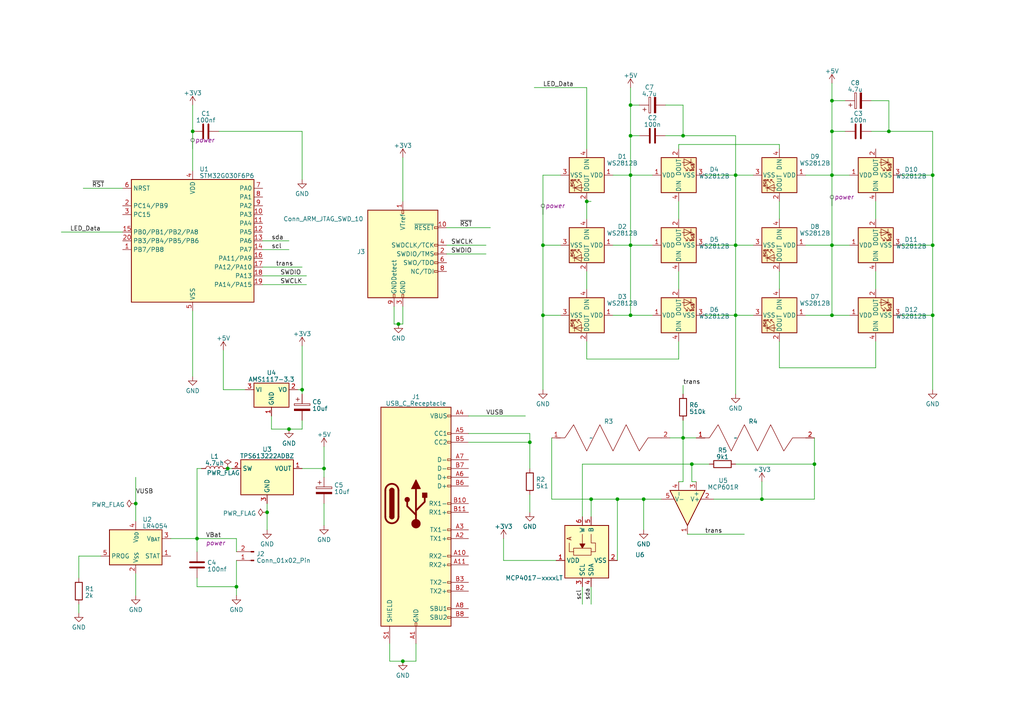
<source format=kicad_sch>
(kicad_sch (version 20230121) (generator eeschema)
  (paper "A4")
  (lib_symbols
    (symbol "Amplifier_Operational:MCP601R" (pin_names (offset 0.127))
      (property "Reference" "U" (at 0 5.08 0))
      (property "Value" "MCP601R" (at 0 -5.08 0))
      (symbol "MCP601R_0_1"
        (polyline (pts (xy -5.08 5.08) (xy 5.08 0) (xy -5.08 -5.08) (xy -5.08 5.08)) (stroke (width 0.254)) (fill (type background)))
        (pin power_in line (at -2.54 7.62 270) (length 3.81) (name "V+") (number "2"))
        (pin power_in line (at -2.54 -7.62 90) (length 3.81) (name "V-") (number "5"))
      )
      (symbol "MCP601R_1_1"
        (pin output line (at 7.62 0 180) (length 2.54) (name "~") (number "1"))
        (pin input line (at -7.62 2.54 0) (length 2.54) (name "+") (number "3"))
        (pin input line (at -7.62 -2.54 0) (length 2.54) (name "-") (number "4"))
      )
    )
    (symbol "Battery_Management:MCP73831-2-OT"
      (property "Reference" "U" (at -7.62 6.35 0))
      (property "Value" "MCP73831-2-OT" (at 1.27 6.35 0))
      (symbol "MCP73831-2-OT_0_1"
        (rectangle (start -7.62 5.08) (end 7.62 -5.08) (stroke (width 0.254)) (fill (type background)))
      )
      (symbol "MCP73831-2-OT_1_1"
        (pin output line (at 10.16 -2.54 180) (length 2.54) (name "STAT") (number "1"))
        (pin power_in line (at 0 -7.62 90) (length 2.54) (name "V_{SS}") (number "2"))
        (pin power_out line (at 10.16 2.54 180) (length 2.54) (name "V_{BAT}") (number "3"))
        (pin power_in line (at 0 7.62 270) (length 2.54) (name "V_{DD}") (number "4"))
        (pin input line (at -10.16 -2.54 0) (length 2.54) (name "PROG") (number "5"))
      )
    )
    (symbol "Connector:Conn_01x02_Pin" (pin_names (offset 1.016) hide)
      (property "Reference" "J" (at 0 2.54 0))
      (property "Value" "Conn_01x02_Pin" (at 0 -5.08 0))
      (symbol "Conn_01x02_Pin_1_1"
        (polyline (pts (xy 1.27 -2.54) (xy 0.8636 -2.54)) (stroke (width 0.1524)))
        (polyline (pts (xy 1.27 0) (xy 0.8636 0)) (stroke (width 0.1524)))
        (rectangle (start 0.8636 -2.413) (end 0 -2.667) (stroke (width 0.1524)) (fill (type outline)))
        (rectangle (start 0.8636 0.127) (end 0 -0.127) (stroke (width 0.1524)) (fill (type outline)))
        (pin passive line (at 5.08 0 180) (length 3.81) (name "Pin_1") (number "1"))
        (pin passive line (at 5.08 -2.54 180) (length 3.81) (name "Pin_2") (number "2"))
      )
    )
    (symbol "Connector:Conn_ARM_JTAG_SWD_10" (pin_names (offset 1.016))
      (property "Reference" "J" (at -2.54 16.51 0))
      (property "Value" "Conn_ARM_JTAG_SWD_10" (at -2.54 13.97 0))
      (symbol "Conn_ARM_JTAG_SWD_10_0_1"
        (rectangle (start -10.16 12.7) (end 10.16 -12.7) (stroke (width 0.254)) (fill (type background)))
        (rectangle (start -2.794 -12.7) (end -2.286 -11.684))
        (rectangle (start -0.254 -12.7) (end 0.254 -11.684))
        (rectangle (start -0.254 12.7) (end 0.254 11.684))
        (rectangle (start 9.144 2.286) (end 10.16 2.794))
        (rectangle (start 10.16 -2.794) (end 9.144 -2.286))
        (rectangle (start 10.16 -0.254) (end 9.144 0.254))
        (rectangle (start 10.16 7.874) (end 9.144 7.366))
      )
      (symbol "Conn_ARM_JTAG_SWD_10_1_1"
        (rectangle (start 9.144 -5.334) (end 10.16 -4.826))
        (pin power_in line (at 0 15.24 270) (length 2.54) (name "VTref") (number "1"))
        (pin open_collector line (at 12.7 7.62 180) (length 2.54) (name "~{RESET}") (number "10"))
        (pin bidirectional line (at 12.7 0 180) (length 2.54) (name "SWDIO/TMS") (number "2"))
        (pin power_in line (at 0 -15.24 90) (length 2.54) (name "GND") (number "3"))
        (pin output line (at 12.7 2.54 180) (length 2.54) (name "SWDCLK/TCK") (number "4"))
        (pin passive line (at 0 -15.24 90) (length 2.54) hide (name "GND") (number "5"))
        (pin input line (at 12.7 -2.54 180) (length 2.54) (name "SWO/TDO") (number "6"))
        (pin no_connect line (at -10.16 0 0) (length 2.54) hide (name "KEY") (number "7"))
        (pin output line (at 12.7 -5.08 180) (length 2.54) (name "NC/TDI") (number "8"))
        (pin passive line (at -2.54 -15.24 90) (length 2.54) (name "GNDDetect") (number "9"))
      )
    )
    (symbol "Connector:USB_C_Receptacle" (pin_names (offset 1.016))
      (property "Reference" "J" (at -10.16 29.21 0))
      (property "Value" "USB_C_Receptacle" (at 10.16 29.21 0))
      (symbol "USB_C_Receptacle_0_0"
        (rectangle (start -0.254 -35.56) (end 0.254 -34.544))
        (rectangle (start 10.16 -32.766) (end 9.144 -33.274))
        (rectangle (start 10.16 -30.226) (end 9.144 -30.734))
        (rectangle (start 10.16 -25.146) (end 9.144 -25.654))
        (rectangle (start 10.16 -22.606) (end 9.144 -23.114))
        (rectangle (start 10.16 -17.526) (end 9.144 -18.034))
        (rectangle (start 10.16 -14.986) (end 9.144 -15.494))
        (rectangle (start 10.16 -9.906) (end 9.144 -10.414))
        (rectangle (start 10.16 -7.366) (end 9.144 -7.874))
        (rectangle (start 10.16 -2.286) (end 9.144 -2.794))
        (rectangle (start 10.16 0.254) (end 9.144 -0.254))
        (rectangle (start 10.16 5.334) (end 9.144 4.826))
        (rectangle (start 10.16 7.874) (end 9.144 7.366))
        (rectangle (start 10.16 10.414) (end 9.144 9.906))
        (rectangle (start 10.16 12.954) (end 9.144 12.446))
        (rectangle (start 10.16 18.034) (end 9.144 17.526))
        (rectangle (start 10.16 20.574) (end 9.144 20.066))
        (rectangle (start 10.16 25.654) (end 9.144 25.146))
      )
      (symbol "USB_C_Receptacle_0_1"
        (rectangle (start -10.16 27.94) (end 10.16 -35.56) (stroke (width 0.254)) (fill (type background)))
        (arc (start -8.89 -3.81) (mid -6.985 -5.7067) (end -5.08 -3.81) (stroke (width 0.508)))
        (arc (start -7.62 -3.81) (mid -6.985 -4.4423) (end -6.35 -3.81) (stroke (width 0.254)))
        (arc (start -7.62 -3.81) (mid -6.985 -4.4423) (end -6.35 -3.81) (stroke (width 0.254)) (fill (type outline)))
        (rectangle (start -7.62 -3.81) (end -6.35 3.81) (stroke (width 0.254)) (fill (type outline)))
        (arc (start -6.35 3.81) (mid -6.985 4.4423) (end -7.62 3.81) (stroke (width 0.254)))
        (arc (start -6.35 3.81) (mid -6.985 4.4423) (end -7.62 3.81) (stroke (width 0.254)) (fill (type outline)))
        (arc (start -5.08 3.81) (mid -6.985 5.7067) (end -8.89 3.81) (stroke (width 0.508)))
        (polyline (pts (xy -8.89 -3.81) (xy -8.89 3.81)) (stroke (width 0.508)))
        (polyline (pts (xy -5.08 3.81) (xy -5.08 -3.81)) (stroke (width 0.508)))
      )
      (symbol "USB_C_Receptacle_1_1"
        (circle (center -2.54 1.143) (radius 0.635) (stroke (width 0.254)) (fill (type outline)))
        (circle (center 0 -5.842) (radius 1.27) (fill (type outline)))
        (polyline (pts (xy 0 -5.842) (xy 0 4.318)) (stroke (width 0.508)))
        (polyline (pts (xy 0 -3.302) (xy -2.54 -0.762) (xy -2.54 0.508)) (stroke (width 0.508)))
        (polyline (pts (xy 0 -2.032) (xy 2.54 0.508) (xy 2.54 1.778)) (stroke (width 0.508)))
        (polyline (pts (xy -1.27 4.318) (xy 0 6.858) (xy 1.27 4.318) (xy -1.27 4.318)) (stroke (width 0.254)) (fill (type outline)))
        (rectangle (start 1.905 1.778) (end 3.175 3.048) (stroke (width 0.254)) (fill (type outline)))
        (pin passive line (at 0 -40.64 90) (length 5.08) (name "GND") (number "A1"))
        (pin bidirectional line (at 15.24 -15.24 180) (length 5.08) (name "RX2-") (number "A10"))
        (pin bidirectional line (at 15.24 -17.78 180) (length 5.08) (name "RX2+") (number "A11"))
        (pin passive line (at 0 -40.64 90) (length 5.08) hide (name "GND") (number "A12"))
        (pin bidirectional line (at 15.24 -10.16 180) (length 5.08) (name "TX1+") (number "A2"))
        (pin bidirectional line (at 15.24 -7.62 180) (length 5.08) (name "TX1-") (number "A3"))
        (pin passive line (at 15.24 25.4 180) (length 5.08) (name "VBUS") (number "A4"))
        (pin bidirectional line (at 15.24 20.32 180) (length 5.08) (name "CC1") (number "A5"))
        (pin bidirectional line (at 15.24 7.62 180) (length 5.08) (name "D+") (number "A6"))
        (pin bidirectional line (at 15.24 12.7 180) (length 5.08) (name "D-") (number "A7"))
        (pin bidirectional line (at 15.24 -30.48 180) (length 5.08) (name "SBU1") (number "A8"))
        (pin passive line (at 15.24 25.4 180) (length 5.08) hide (name "VBUS") (number "A9"))
        (pin passive line (at 0 -40.64 90) (length 5.08) hide (name "GND") (number "B1"))
        (pin bidirectional line (at 15.24 0 180) (length 5.08) (name "RX1-") (number "B10"))
        (pin bidirectional line (at 15.24 -2.54 180) (length 5.08) (name "RX1+") (number "B11"))
        (pin passive line (at 0 -40.64 90) (length 5.08) hide (name "GND") (number "B12"))
        (pin bidirectional line (at 15.24 -25.4 180) (length 5.08) (name "TX2+") (number "B2"))
        (pin bidirectional line (at 15.24 -22.86 180) (length 5.08) (name "TX2-") (number "B3"))
        (pin passive line (at 15.24 25.4 180) (length 5.08) hide (name "VBUS") (number "B4"))
        (pin bidirectional line (at 15.24 17.78 180) (length 5.08) (name "CC2") (number "B5"))
        (pin bidirectional line (at 15.24 5.08 180) (length 5.08) (name "D+") (number "B6"))
        (pin bidirectional line (at 15.24 10.16 180) (length 5.08) (name "D-") (number "B7"))
        (pin bidirectional line (at 15.24 -33.02 180) (length 5.08) (name "SBU2") (number "B8"))
        (pin passive line (at 15.24 25.4 180) (length 5.08) hide (name "VBUS") (number "B9"))
        (pin passive line (at -7.62 -40.64 90) (length 5.08) (name "SHIELD") (number "S1"))
      )
    )
    (symbol "Device:C" (pin_numbers hide) (pin_names (offset 0.254))
      (property "Reference" "C" (at 0.635 2.54 0))
      (property "Value" "C" (at 0.635 -2.54 0))
      (symbol "C_0_1"
        (polyline (pts (xy -2.032 -0.762) (xy 2.032 -0.762)) (stroke (width 0.508)))
        (polyline (pts (xy -2.032 0.762) (xy 2.032 0.762)) (stroke (width 0.508)))
      )
      (symbol "C_1_1"
        (pin passive line (at 0 3.81 270) (length 2.794) (name "~") (number "1"))
        (pin passive line (at 0 -3.81 90) (length 2.794) (name "~") (number "2"))
      )
    )
    (symbol "Device:C_Polarized" (pin_numbers hide) (pin_names (offset 0.254))
      (property "Reference" "C" (at 0.635 2.54 0))
      (property "Value" "C_Polarized" (at 0.635 -2.54 0))
      (symbol "C_Polarized_0_1"
        (rectangle (start -2.286 0.508) (end 2.286 1.016))
        (polyline (pts (xy -1.778 2.286) (xy -0.762 2.286)))
        (polyline (pts (xy -1.27 2.794) (xy -1.27 1.778)))
        (rectangle (start 2.286 -0.508) (end -2.286 -1.016) (fill (type outline)))
      )
      (symbol "C_Polarized_1_1"
        (pin passive line (at 0 3.81 270) (length 2.794) (name "~") (number "1"))
        (pin passive line (at 0 -3.81 90) (length 2.794) (name "~") (number "2"))
      )
    )
    (symbol "Device:L" (pin_numbers hide) (pin_names (offset 1.016) hide)
      (property "Reference" "L" (at -1.27 0 90))
      (property "Value" "L" (at 1.905 0 90))
      (symbol "L_0_1"
        (arc (start 0 -2.54) (mid 0.6323 -1.905) (end 0 -1.27))
        (arc (start 0 -1.27) (mid 0.6323 -0.635) (end 0 0))
        (arc (start 0 0) (mid 0.6323 0.635) (end 0 1.27))
        (arc (start 0 1.27) (mid 0.6323 1.905) (end 0 2.54))
      )
      (symbol "L_1_1"
        (pin passive line (at 0 3.81 270) (length 1.27) (name "1") (number "1"))
        (pin passive line (at 0 -3.81 90) (length 1.27) (name "2") (number "2"))
      )
    )
    (symbol "Device:R" (pin_numbers hide) (pin_names (offset 0))
      (property "Reference" "R" (at 2.032 0 90))
      (property "Value" "R" (at 0 0 90))
      (symbol "R_0_1"
        (rectangle (start -1.016 -2.54) (end 1.016 2.54) (stroke (width 0.254)))
      )
      (symbol "R_1_1"
        (pin passive line (at 0 3.81 270) (length 1.27) (name "~") (number "1"))
        (pin passive line (at 0 -3.81 90) (length 1.27) (name "~") (number "2"))
      )
    )
    (symbol "LED:WS2812B" (pin_names (offset 0.254))
      (property "Reference" "D" (at 5.08 5.715 0))
      (property "Value" "WS2812B" (at 1.27 -5.715 0))
      (symbol "WS2812B_0_0"
        (text "RGB" (at 2.286 -4.191 0) (effects (font (size 0.762 0.762))))
      )
      (symbol "WS2812B_0_1"
        (polyline (pts (xy 1.27 -3.556) (xy 1.778 -3.556)))
        (polyline (pts (xy 1.27 -2.54) (xy 1.778 -2.54)))
        (polyline (pts (xy 4.699 -3.556) (xy 2.667 -3.556)))
        (polyline (pts (xy 2.286 -2.54) (xy 1.27 -3.556) (xy 1.27 -3.048)))
        (polyline (pts (xy 2.286 -1.524) (xy 1.27 -2.54) (xy 1.27 -2.032)))
        (polyline (pts (xy 3.683 -1.016) (xy 3.683 -3.556) (xy 3.683 -4.064)))
        (polyline (pts (xy 4.699 -1.524) (xy 2.667 -1.524) (xy 3.683 -3.556) (xy 4.699 -1.524)))
        (rectangle (start 5.08 5.08) (end -5.08 -5.08) (stroke (width 0.254)) (fill (type background)))
      )
      (symbol "WS2812B_1_1"
        (pin power_in line (at 0 7.62 270) (length 2.54) (name "VDD") (number "1"))
        (pin output line (at 7.62 0 180) (length 2.54) (name "DOUT") (number "2"))
        (pin power_in line (at 0 -7.62 90) (length 2.54) (name "VSS") (number "3"))
        (pin input line (at -7.62 0 0) (length 2.54) (name "DIN") (number "4"))
      )
    )
    (symbol "MCU_ST_STM32G0:STM32G030F6Px"
      (property "Reference" "U" (at -17.78 19.05 0))
      (property "Value" "STM32G030F6Px" (at 2.54 19.05 0))
      (symbol "STM32G030F6Px_0_1"
        (rectangle (start -17.78 -17.78) (end 17.78 17.78) (stroke (width 0.254)) (fill (type background)))
      )
      (symbol "STM32G030F6Px_1_1"
        (pin bidirectional line (at -20.32 -2.54 0) (length 2.54) (name "PB7/PB8") (number "1"))
        (pin bidirectional line (at 20.32 7.62 180) (length 2.54) (name "PA3") (number "10"))
        (pin bidirectional line (at 20.32 5.08 180) (length 2.54) (name "PA4") (number "11"))
        (pin bidirectional line (at 20.32 2.54 180) (length 2.54) (name "PA5") (number "12"))
        (pin bidirectional line (at 20.32 0 180) (length 2.54) (name "PA6") (number "13"))
        (pin bidirectional line (at 20.32 -2.54 180) (length 2.54) (name "PA7") (number "14"))
        (pin bidirectional line (at -20.32 2.54 0) (length 2.54) (name "PB0/PB1/PB2/PA8") (number "15"))
        (pin bidirectional line (at 20.32 -5.08 180) (length 2.54) (name "PA11/PA9") (number "16"))
        (pin bidirectional line (at 20.32 -7.62 180) (length 2.54) (name "PA12/PA10") (number "17"))
        (pin bidirectional line (at 20.32 -10.16 180) (length 2.54) (name "PA13") (number "18"))
        (pin bidirectional line (at 20.32 -12.7 180) (length 2.54) (name "PA14/PA15") (number "19"))
        (pin bidirectional line (at -20.32 10.16 0) (length 2.54) (name "PC14/PB9") (number "2"))
        (pin bidirectional line (at -20.32 0 0) (length 2.54) (name "PB3/PB4/PB5/PB6") (number "20"))
        (pin bidirectional line (at -20.32 7.62 0) (length 2.54) (name "PC15") (number "3"))
        (pin power_in line (at 0 20.32 270) (length 2.54) (name "VDD") (number "4"))
        (pin power_in line (at 0 -20.32 90) (length 2.54) (name "VSS") (number "5"))
        (pin input line (at -20.32 15.24 0) (length 2.54) (name "NRST") (number "6"))
        (pin bidirectional line (at 20.32 15.24 180) (length 2.54) (name "PA0") (number "7"))
        (pin bidirectional line (at 20.32 12.7 180) (length 2.54) (name "PA1") (number "8"))
        (pin bidirectional line (at 20.32 10.16 180) (length 2.54) (name "PA2") (number "9"))
      )
    )
    (symbol "Potentiometer_Digital:MCP4017-xxxxLT"
      (property "Reference" "U" (at -7.62 8.89 0))
      (property "Value" "MCP4017-xxxxLT" (at 1.27 8.89 0))
      (symbol "MCP4017-xxxxLT_0_0"
        (polyline (pts (xy 0 5.08) (xy 0 6.35) (xy 2.54 6.35)))
        (polyline (pts (xy 5.08 0) (xy 2.54 0) (xy 2.54 -1.27) (xy 0 -1.27) (xy 0 0)))
        (text "A" (at 3.81 6.35 0) (effects (font (size 1.27 1.27))))
      )
      (symbol "MCP4017-xxxxLT_1_1"
        (rectangle (start -7.62 7.62) (end 7.62 -5.08) (stroke (width 0.254)) (fill (type background)))
        (polyline (pts (xy 5.08 2.54) (xy 2.286 2.54)))
        (polyline (pts (xy 2.286 1.778) (xy 2.286 3.302) (xy 1.016 2.54) (xy 2.286 1.778)) (fill (type outline)))
        (rectangle (start 1.016 0) (end -1.016 5.08))
        (pin power_in line (at -2.54 10.16 270) (length 2.54) (name "VDD") (number "1"))
        (pin power_in line (at -2.54 -7.62 90) (length 2.54) (name "VSS") (number "2"))
        (pin input line (at -10.16 2.54 0) (length 2.54) (name "SCL") (number "3"))
        (pin bidirectional line (at -10.16 0 0) (length 2.54) (name "SDA") (number "4"))
        (pin passive line (at 10.16 0 180) (length 2.54) (name "B") (number "5"))
        (pin passive line (at 10.16 2.54 180) (length 2.54) (name "W") (number "6"))
      )
    )
    (symbol "Regulator_Linear:AMS1117-3.3"
      (property "Reference" "U" (at -3.81 3.175 0))
      (property "Value" "AMS1117-3.3" (at 0 3.175 0))
      (symbol "AMS1117-3.3_0_1"
        (rectangle (start -5.08 -5.08) (end 5.08 1.905) (stroke (width 0.254)) (fill (type background)))
      )
      (symbol "AMS1117-3.3_1_1"
        (pin power_in line (at 0 -7.62 90) (length 2.54) (name "GND") (number "1"))
        (pin power_out line (at 7.62 0 180) (length 2.54) (name "VO") (number "2"))
        (pin power_in line (at -7.62 0 0) (length 2.54) (name "VI") (number "3"))
      )
    )
    (symbol "Regulator_Switching:TPS613222ADBZ"
      (property "Reference" "U" (at -7.62 6.35 0))
      (property "Value" "TPS613222ADBZ" (at 2.54 6.35 0))
      (symbol "TPS613222ADBZ_0_1"
        (rectangle (start -7.62 5.08) (end 7.62 -5.08) (stroke (width 0.254)) (fill (type background)))
      )
      (symbol "TPS613222ADBZ_1_1"
        (pin power_out line (at 10.16 2.54 180) (length 2.54) (name "VOUT") (number "1"))
        (pin power_in line (at -10.16 2.54 0) (length 2.54) (name "SW") (number "2"))
        (pin power_in line (at 0 -7.62 90) (length 2.54) (name "GND") (number "3"))
      )
    )
    (symbol "Sensor:strain_gauge"
      (property "Reference" "R" (at 0 0 0))
      (symbol "strain_gauge_0_1"
        (polyline (pts (xy -10.16 0) (xy -7.62 0) (xy -5.08 3.81) (xy -1.27 -3.81) (xy 2.54 3.81) (xy 6.35 -3.81) (xy 10.16 3.81) (xy 13.97 -3.81) (xy 16.51 0) (xy 20.32 0)))
      )
      (symbol "strain_gauge_1_1"
        (pin passive line (at -11.43 0 0) (length 2.54) (name "") (number "1"))
        (pin passive line (at 22.86 0 180) (length 2.54) (name "") (number "2"))
      )
    )
    (symbol "power:+3V3" (power) (pin_names (offset 0))
      (property "Value" "+3V3" (at 0 3.556 0))
      (symbol "+3V3_0_1"
        (polyline (pts (xy -0.762 1.27) (xy 0 2.54)))
        (polyline (pts (xy 0 0) (xy 0 2.54)))
        (polyline (pts (xy 0 2.54) (xy 0.762 1.27)))
      )
      (symbol "+3V3_1_1"
        (pin power_in line (at 0 0 90) (length 0) hide (name "+3V3") (number "1"))
      )
    )
    (symbol "power:+5V" (power) (pin_names (offset 0))
      (property "Value" "+5V" (at 0 3.556 0))
      (symbol "+5V_0_1"
        (polyline (pts (xy -0.762 1.27) (xy 0 2.54)))
        (polyline (pts (xy 0 0) (xy 0 2.54)))
        (polyline (pts (xy 0 2.54) (xy 0.762 1.27)))
      )
      (symbol "+5V_1_1"
        (pin power_in line (at 0 0 90) (length 0) hide (name "+5V") (number "1"))
      )
    )
    (symbol "power:GND" (power) (pin_names (offset 0))
      (property "Value" "GND" (at 0 -3.81 0))
      (symbol "GND_0_1"
        (polyline (pts (xy 0 0) (xy 0 -1.27) (xy 1.27 -1.27) (xy 0 -2.54) (xy -1.27 -1.27) (xy 0 -1.27)))
      )
      (symbol "GND_1_1"
        (pin power_in line (at 0 0 270) (length 0) hide (name "GND") (number "1"))
      )
    )
    (symbol "power:PWR_FLAG" (power) (pin_numbers hide) (pin_names (offset 0) hide)
      (property "Value" "PWR_FLAG" (at 0 3.81 0))
      (symbol "PWR_FLAG_0_0"
        (pin power_out line (at 0 0 90) (length 0) (name "pwr") (number "1"))
      )
      (symbol "PWR_FLAG_0_1"
        (polyline (pts (xy 0 0) (xy 0 1.27) (xy -1.016 1.905) (xy 0 2.54) (xy 1.016 1.905) (xy 0 1.27)))
      )
    )
    (symbol "strain_gauge_1"
      (property "Reference" "R" (at 0 0 0))
      (symbol "strain_gauge_1_0_1"
        (polyline (pts (xy -10.16 0) (xy -7.62 0) (xy -5.08 3.81) (xy -1.27 -3.81) (xy 2.54 3.81) (xy 6.35 -3.81) (xy 10.16 3.81) (xy 13.97 -3.81) (xy 16.51 0) (xy 20.32 0)))
      )
      (symbol "strain_gauge_1_1_1"
        (pin passive line (at -11.43 0 0) (length 2.54) (name "") (number "1"))
        (pin passive line (at 22.86 0 180) (length 2.54) (name "") (number "2"))
      )
    )
  )
  (junction (at 198.12 39.37))
  (junction (at 182.88 39.37))
  (junction (at 213.36 50.8))
  (junction (at 153.67 128.27))
  (junction (at 68.58 170.18))
  (junction (at 83.82 124.46))
  (junction (at 39.37 146.05))
  (junction (at 179.07 144.78))
  (junction (at 182.88 91.44))
  (junction (at 171.45 144.78))
  (junction (at 241.3 91.44))
  (junction (at 182.88 71.12))
  (junction (at 186.69 144.78))
  (junction (at 93.98 135.89))
  (junction (at 182.88 30.48))
  (junction (at 213.36 91.44))
  (junction (at 270.51 91.44))
  (junction (at 157.48 71.12))
  (junction (at 115.57 93.98))
  (junction (at 200.66 134.62))
  (junction (at 87.63 113.03))
  (junction (at 241.3 38.1))
  (junction (at 270.51 50.8))
  (junction (at 198.12 127))
  (junction (at 182.88 50.8))
  (junction (at 57.15 156.21))
  (junction (at 66.04 135.89))
  (junction (at 213.36 71.12))
  (junction (at 55.88 38.1))
  (junction (at 236.22 134.62))
  (junction (at 157.48 91.44))
  (junction (at 257.81 38.1))
  (junction (at 77.47 148.59))
  (junction (at 220.98 144.78))
  (junction (at 116.84 191.77))
  (junction (at 241.3 71.12))
  (junction (at 170.18 58.42))
  (junction (at 241.3 50.8))
  (junction (at 270.51 71.12))
  (junction (at 241.3 29.21))
  (wire (pts (xy 204.47 91.44) (xy 213.36 91.44)))
  (wire (pts (xy 241.3 91.44) (xy 246.38 91.44)))
  (wire (pts (xy 252.73 38.1) (xy 257.81 38.1)))
  (wire (pts (xy 170.18 58.42) (xy 170.18 63.5)))
  (wire (pts (xy 200.66 139.7) (xy 201.93 139.7)))
  (wire (pts (xy 241.3 29.21) (xy 241.3 38.1)))
  (wire (pts (xy 236.22 144.78) (xy 236.22 134.62)))
  (wire (pts (xy 213.36 71.12) (xy 218.44 71.12)))
  (wire (pts (xy 160.02 144.78) (xy 171.45 144.78)))
  (wire (pts (xy 186.69 144.78) (xy 186.69 153.67)))
  (wire (pts (xy 171.45 144.78) (xy 171.45 149.86)))
  (wire (pts (xy 116.84 45.72) (xy 116.84 58.42)))
  (wire (pts (xy 226.06 41.91) (xy 226.06 43.18)))
  (wire (pts (xy 57.15 135.89) (xy 58.42 135.89)))
  (wire (pts (xy 153.67 128.27) (xy 153.67 135.89)))
  (wire (pts (xy 93.98 135.89) (xy 93.98 138.43)))
  (wire (pts (xy 213.36 91.44) (xy 213.36 114.3)))
  (wire (pts (xy 207.01 144.78) (xy 220.98 144.78)))
  (wire (pts (xy 87.63 38.1) (xy 87.63 52.07)))
  (wire (pts (xy 168.91 170.18) (xy 168.91 175.26)))
  (wire (pts (xy 157.48 91.44) (xy 162.56 91.44)))
  (wire (pts (xy 17.78 67.31) (xy 35.56 67.31)))
  (wire (pts (xy 55.88 38.1) (xy 55.88 49.53)))
  (wire (pts (xy 71.12 113.03) (xy 64.77 113.03)))
  (wire (pts (xy 177.8 50.8) (xy 182.88 50.8)))
  (wire (pts (xy 204.47 50.8) (xy 213.36 50.8)))
  (wire (pts (xy 87.63 135.89) (xy 93.98 135.89)))
  (wire (pts (xy 170.18 78.74) (xy 170.18 83.82)))
  (wire (pts (xy 270.51 50.8) (xy 270.51 71.12)))
  (wire (pts (xy 182.88 71.12) (xy 189.23 71.12)))
  (wire (pts (xy 226.06 78.74) (xy 226.06 83.82)))
  (wire (pts (xy 198.12 127) (xy 198.12 139.7)))
  (wire (pts (xy 87.63 113.03) (xy 87.63 100.33)))
  (wire (pts (xy 120.65 186.69) (xy 120.65 191.77)))
  (wire (pts (xy 157.48 50.8) (xy 157.48 71.12)))
  (wire (pts (xy 257.81 38.1) (xy 270.51 38.1)))
  (wire (pts (xy 226.06 58.42) (xy 226.06 63.5)))
  (wire (pts (xy 129.54 73.66) (xy 140.97 73.66)))
  (wire (pts (xy 182.88 25.4) (xy 182.88 30.48)))
  (wire (pts (xy 68.58 162.56) (xy 68.58 170.18)))
  (wire (pts (xy 93.98 129.54) (xy 93.98 135.89)))
  (wire (pts (xy 170.18 43.18) (xy 170.18 25.4)))
  (wire (pts (xy 64.77 101.6) (xy 64.77 113.03)))
  (wire (pts (xy 233.68 50.8) (xy 241.3 50.8)))
  (wire (pts (xy 76.2 69.85) (xy 83.82 69.85)))
  (wire (pts (xy 182.88 30.48) (xy 185.42 30.48)))
  (wire (pts (xy 226.06 106.68) (xy 254 106.68)))
  (wire (pts (xy 254 78.74) (xy 254 83.82)))
  (wire (pts (xy 161.29 162.56) (xy 146.05 162.56)))
  (wire (pts (xy 257.81 29.21) (xy 257.81 38.1)))
  (wire (pts (xy 135.89 120.65) (xy 152.4 120.65)))
  (wire (pts (xy 252.73 29.21) (xy 257.81 29.21)))
  (wire (pts (xy 29.21 161.29) (xy 22.86 161.29)))
  (wire (pts (xy 129.54 71.12) (xy 140.97 71.12)))
  (wire (pts (xy 57.15 170.18) (xy 68.58 170.18)))
  (wire (pts (xy 241.3 50.8) (xy 241.3 71.12)))
  (wire (pts (xy 87.63 124.46) (xy 83.82 124.46)))
  (wire (pts (xy 241.3 24.13) (xy 241.3 29.21)))
  (wire (pts (xy 182.88 71.12) (xy 182.88 91.44)))
  (wire (pts (xy 233.68 91.44) (xy 241.3 91.44)))
  (wire (pts (xy 261.62 50.8) (xy 270.51 50.8)))
  (wire (pts (xy 146.05 156.21) (xy 146.05 162.56)))
  (wire (pts (xy 116.84 191.77) (xy 120.65 191.77)))
  (wire (pts (xy 233.68 71.12) (xy 241.3 71.12)))
  (wire (pts (xy 261.62 71.12) (xy 270.51 71.12)))
  (wire (pts (xy 76.2 82.55) (xy 88.9 82.55)))
  (wire (pts (xy 162.56 50.8) (xy 157.48 50.8)))
  (wire (pts (xy 87.63 113.03) (xy 86.36 113.03)))
  (wire (pts (xy 204.47 71.12) (xy 213.36 71.12)))
  (wire (pts (xy 226.06 99.06) (xy 226.06 106.68)))
  (wire (pts (xy 76.2 77.47) (xy 87.63 77.47)))
  (wire (pts (xy 241.3 29.21) (xy 245.11 29.21)))
  (wire (pts (xy 200.66 134.62) (xy 205.74 134.62)))
  (wire (pts (xy 78.74 124.46) (xy 78.74 120.65)))
  (wire (pts (xy 39.37 166.37) (xy 39.37 172.72)))
  (wire (pts (xy 193.04 30.48) (xy 198.12 30.48)))
  (wire (pts (xy 177.8 71.12) (xy 182.88 71.12)))
  (wire (pts (xy 57.15 156.21) (xy 68.58 156.21)))
  (wire (pts (xy 270.51 91.44) (xy 270.51 113.03)))
  (wire (pts (xy 213.36 91.44) (xy 218.44 91.44)))
  (wire (pts (xy 135.89 125.73) (xy 153.67 125.73)))
  (wire (pts (xy 116.84 88.9) (xy 116.84 93.98)))
  (wire (pts (xy 87.63 113.03) (xy 87.63 114.3)))
  (wire (pts (xy 157.48 71.12) (xy 157.48 91.44)))
  (wire (pts (xy 196.85 41.91) (xy 226.06 41.91)))
  (wire (pts (xy 220.98 144.78) (xy 236.22 144.78)))
  (wire (pts (xy 241.3 71.12) (xy 241.3 91.44)))
  (wire (pts (xy 196.85 43.18) (xy 196.85 41.91)))
  (wire (pts (xy 57.15 135.89) (xy 57.15 156.21)))
  (wire (pts (xy 182.88 91.44) (xy 189.23 91.44)))
  (wire (pts (xy 157.48 71.12) (xy 162.56 71.12)))
  (wire (pts (xy 76.2 72.39) (xy 83.82 72.39)))
  (wire (pts (xy 66.04 135.89) (xy 67.31 135.89)))
  (wire (pts (xy 198.12 127) (xy 201.93 127)))
  (wire (pts (xy 198.12 121.92) (xy 198.12 127)))
  (wire (pts (xy 179.07 144.78) (xy 179.07 162.56)))
  (wire (pts (xy 198.12 39.37) (xy 213.36 39.37)))
  (wire (pts (xy 254 63.5) (xy 254 58.42)))
  (wire (pts (xy 170.18 104.14) (xy 196.85 104.14)))
  (wire (pts (xy 22.86 175.26) (xy 22.86 177.8)))
  (wire (pts (xy 196.85 104.14) (xy 196.85 99.06)))
  (wire (pts (xy 171.45 58.42) (xy 170.18 58.42)))
  (wire (pts (xy 114.3 93.98) (xy 115.57 93.98)))
  (wire (pts (xy 191.77 144.78) (xy 186.69 144.78)))
  (wire (pts (xy 200.66 134.62) (xy 200.66 139.7)))
  (wire (pts (xy 182.88 50.8) (xy 189.23 50.8)))
  (wire (pts (xy 168.91 134.62) (xy 200.66 134.62)))
  (wire (pts (xy 193.04 39.37) (xy 198.12 39.37)))
  (wire (pts (xy 241.3 71.12) (xy 246.38 71.12)))
  (wire (pts (xy 198.12 111.76) (xy 198.12 114.3)))
  (wire (pts (xy 171.45 170.18) (xy 171.45 175.26)))
  (wire (pts (xy 198.12 139.7) (xy 196.85 139.7)))
  (wire (pts (xy 115.57 93.98) (xy 116.84 93.98)))
  (wire (pts (xy 198.12 30.48) (xy 198.12 39.37)))
  (wire (pts (xy 129.54 66.04) (xy 142.24 66.04)))
  (wire (pts (xy 261.62 91.44) (xy 270.51 91.44)))
  (wire (pts (xy 57.15 156.21) (xy 57.15 160.02)))
  (wire (pts (xy 182.88 50.8) (xy 182.88 71.12)))
  (wire (pts (xy 39.37 146.05) (xy 39.37 151.13)))
  (wire (pts (xy 177.8 91.44) (xy 182.88 91.44)))
  (wire (pts (xy 153.67 125.73) (xy 153.67 128.27)))
  (wire (pts (xy 270.51 38.1) (xy 270.51 50.8)))
  (wire (pts (xy 168.91 134.62) (xy 168.91 149.86)))
  (wire (pts (xy 55.88 30.48) (xy 55.88 38.1)))
  (wire (pts (xy 22.86 161.29) (xy 22.86 167.64)))
  (wire (pts (xy 241.3 38.1) (xy 245.11 38.1)))
  (wire (pts (xy 236.22 134.62) (xy 236.22 127)))
  (wire (pts (xy 213.36 50.8) (xy 218.44 50.8)))
  (wire (pts (xy 113.03 186.69) (xy 113.03 191.77)))
  (wire (pts (xy 55.88 90.17) (xy 55.88 109.22)))
  (wire (pts (xy 77.47 146.05) (xy 77.47 148.59)))
  (wire (pts (xy 196.85 83.82) (xy 196.85 78.74)))
  (wire (pts (xy 93.98 146.05) (xy 93.98 152.4)))
  (wire (pts (xy 213.36 71.12) (xy 213.36 91.44)))
  (wire (pts (xy 171.45 144.78) (xy 179.07 144.78)))
  (wire (pts (xy 270.51 71.12) (xy 270.51 91.44)))
  (wire (pts (xy 199.39 154.94) (xy 215.9 154.94)))
  (wire (pts (xy 213.36 134.62) (xy 236.22 134.62)))
  (wire (pts (xy 241.3 38.1) (xy 241.3 50.8)))
  (wire (pts (xy 213.36 39.37) (xy 213.36 50.8)))
  (wire (pts (xy 157.48 91.44) (xy 157.48 113.03)))
  (wire (pts (xy 182.88 39.37) (xy 185.42 39.37)))
  (wire (pts (xy 76.2 80.01) (xy 88.9 80.01)))
  (wire (pts (xy 153.67 143.51) (xy 153.67 148.59)))
  (wire (pts (xy 63.5 38.1) (xy 87.63 38.1)))
  (wire (pts (xy 254 106.68) (xy 254 99.06)))
  (wire (pts (xy 194.31 127) (xy 198.12 127)))
  (wire (pts (xy 220.98 139.7) (xy 220.98 144.78)))
  (wire (pts (xy 24.13 54.61) (xy 35.56 54.61)))
  (wire (pts (xy 241.3 50.8) (xy 246.38 50.8)))
  (wire (pts (xy 182.88 39.37) (xy 182.88 50.8)))
  (wire (pts (xy 68.58 156.21) (xy 68.58 160.02)))
  (wire (pts (xy 135.89 128.27) (xy 153.67 128.27)))
  (wire (pts (xy 49.53 156.21) (xy 57.15 156.21)))
  (wire (pts (xy 179.07 144.78) (xy 186.69 144.78)))
  (wire (pts (xy 77.47 148.59) (xy 77.47 153.67)))
  (wire (pts (xy 154.94 25.4) (xy 170.18 25.4)))
  (wire (pts (xy 160.02 127) (xy 160.02 144.78)))
  (wire (pts (xy 68.58 170.18) (xy 68.58 172.72)))
  (wire (pts (xy 39.37 138.43) (xy 39.37 146.05)))
  (wire (pts (xy 87.63 121.92) (xy 87.63 124.46)))
  (wire (pts (xy 114.3 88.9) (xy 114.3 93.98)))
  (wire (pts (xy 83.82 124.46) (xy 78.74 124.46)))
  (wire (pts (xy 182.88 30.48) (xy 182.88 39.37)))
  (wire (pts (xy 113.03 191.77) (xy 116.84 191.77)))
  (wire (pts (xy 57.15 167.64) (xy 57.15 170.18)))
  (wire (pts (xy 196.85 58.42) (xy 196.85 63.5)))
  (wire (pts (xy 170.18 99.06) (xy 170.18 104.14)))
  (wire (pts (xy 213.36 50.8) (xy 213.36 71.12)))
  (label "sda" (at 171.45 173.99 90))
  (label "SWDIO" (at 130.81 73.66 0))
  (label "VUSB" (at 140.97 120.65 0))
  (label "SWCLK" (at 130.81 71.12 0))
  (label "scl" (at 168.91 173.99 90))
  (label "~{RST}" (at 133.35 66.04 0))
  (label "~{RST}" (at 26.67 54.61 0))
  (label "LED_Data" (at 20.32 67.31 0))
  (label "LED_Data" (at 157.48 25.4 0))
  (label "scl" (at 78.74 72.39 0))
  (label "sda" (at 78.74 69.85 0))
  (label "trans" (at 204.47 154.94 0))
  (label "trans" (at 198.12 111.76 0))
  (label "trans" (at 80.01 77.47 0))
  (label "VUSB" (at 39.37 143.51 0))
  (label "SWCLK" (at 81.28 82.55 0))
  (label "VBat" (at 59.69 156.21 0) (property "Netclass" "power" (at 59.69 157.48 0) (effects (font italic) (justify left))))
  (label "SWDIO" (at 81.28 80.01 0))
  (netclass_flag "" (length 2.54) (shape round) (at 157.48 62.23 0) (property "Netclass" "power" (at 158.1785 59.69 0) (effects (font italic) (justify left))))
  (netclass_flag "" (length 2.54) (shape round) (at 241.3 59.69 0) (property "Netclass" "power" (at 241.9985 57.15 0) (effects (font italic) (justify left))))
  (netclass_flag "" (length 2.54) (shape round) (at 55.88 43.18 0) (property "Netclass" "power" (at 56.5785 40.64 0) (effects (font italic) (justify left))))
  (symbol (lib_id "power:GND") (at 116.84 191.77 0) (unit 1)
    (property "Reference" "#PWR011" (effects hide))
    (property "Value" "GND" (at 116.84 195.9055 0))
  )
  (symbol (lib_id "power:GND") (at 77.47 153.67 0) (unit 1)
    (property "Reference" "#PWR013" (effects hide))
    (property "Value" "GND" (at 77.47 157.8055 0))
  )
  (symbol (lib_id "LED:WS2812B") (at 170.18 71.12 270) (unit 1)
    (property "Reference" "D2" (at 180.4779 65.7223 90))
    (property "Value" "WS2812B" (at 180.4779 67.6433 90))
    (property "Footprint" "LED_SMD:LED_WS2812B_PLCC4_5.0x5.0mm_P3.2mm" (effects hide))
    (property "Datasheet" "https://cdn-shop.adafruit.com/datasheets/WS2812B.pdf" (effects hide))
  )
  (symbol (lib_id "power:GND") (at 93.98 152.4 0) (unit 1)
    (property "Reference" "#PWR015" (effects hide))
    (property "Value" "GND" (at 93.98 156.5355 0))
  )
  (symbol (lib_id "power:GND") (at 68.58 172.72 0) (unit 1)
    (property "Reference" "#PWR09" (effects hide))
    (property "Value" "GND" (at 68.58 176.8555 0))
  )
  (symbol (lib_id "LED:WS2812B") (at 226.06 71.12 270) (unit 1)
    (property "Reference" "D8" (at 236.3579 65.7223 90))
    (property "Value" "WS2812B" (at 236.3579 67.6433 90))
    (property "Footprint" "LED_SMD:LED_WS2812B_PLCC4_5.0x5.0mm_P3.2mm" (effects hide))
    (property "Datasheet" "https://cdn-shop.adafruit.com/datasheets/WS2812B.pdf" (effects hide))
  )
  (symbol (lib_id "Device:C") (at 248.92 38.1 90) (unit 1)
    (property "Reference" "C3" (at 248.92 32.9311 90))
    (property "Value" "100n" (at 248.92 34.8521 90))
    (property "Footprint" "Capacitor_SMD:C_0603_1608Metric" (effects hide))
  )
  (symbol (lib_id "Connector:Conn_ARM_JTAG_SWD_10") (at 116.84 73.66 0) (unit 1)
    (property "Reference" "J3" (at 105.9181 73.0163 0) (effects (justify right)))
    (property "Value" "Conn_ARM_JTAG_SWD_10" (at 105.41 63.5 0) (effects (justify right)))
    (property "Footprint" "Connector_PinHeader_1.27mm:PinHeader_2x05_P1.27mm_Vertical_SMD" (effects hide))
    (property "Datasheet" "http://infocenter.arm.com/help/topic/com.arm.doc.ddi0314h/DDI0314H_coresight_components_trm.pdf" (effects hide))
  )
  (symbol (lib_id "power:GND") (at 22.86 177.8 0) (unit 1)
    (property "Reference" "#PWR012" (effects hide))
    (property "Value" "GND" (at 22.86 181.9355 0))
  )
  (symbol (lib_id "power:PWR_FLAG") (at 66.04 135.89 0) (unit 1)
    (property "Reference" "#FLG02" (effects hide))
    (property "Value" "PWR_FLAG" (at 64.77 137.16 0))
  )
  (symbol (lib_id "power:+3V3") (at 146.05 156.21 0) (unit 1)
    (property "Reference" "#PWR024" (effects hide))
    (property "Value" "+3V3" (at 146.05 152.7081 0))
  )
  (symbol (lib_id "power:+3V3") (at 87.63 100.33 0) (unit 1)
    (property "Reference" "#PWR017" (effects hide))
    (property "Value" "+3V3" (at 87.63 96.8281 0))
  )
  (symbol (lib_id "power:+5V") (at 93.98 129.54 0) (unit 1)
    (property "Reference" "#PWR014" (effects hide))
    (property "Value" "+5V" (at 93.98 126.0381 0))
  )
  (symbol (lib_id "power:GND") (at 186.69 153.67 0) (unit 1)
    (property "Reference" "#PWR023" (effects hide))
    (property "Value" "GND" (at 186.69 157.8055 0))
  )
  (symbol (lib_id "power:PWR_FLAG") (at 39.37 146.05 90) (unit 1)
    (property "Reference" "#FLG01" (effects hide))
    (property "Value" "PWR_FLAG" (at 36.1951 146.3668 90) (effects (justify left)))
  )
  (symbol (lib_id "power:GND") (at 83.82 124.46 0) (unit 1)
    (property "Reference" "#PWR018" (effects hide))
    (property "Value" "GND" (at 83.82 128.5955 0))
  )
  (symbol (lib_id "Device:C_Polarized") (at 93.98 142.24 0) (unit 1)
    (property "Reference" "C5" (at 96.901 140.7073 0) (effects (justify left)))
    (property "Value" "10uf" (at 96.901 142.6283 0) (effects (justify left)))
    (property "Footprint" "Capacitor_SMD:CP_Elec_5x3" (effects hide))
  )
  (symbol (lib_id "LED:WS2812B") (at 226.06 91.44 270) (unit 1)
    (property "Reference" "D7" (at 236.3579 86.0423 90))
    (property "Value" "WS2812B" (at 236.3579 87.9633 90))
    (property "Footprint" "LED_SMD:LED_WS2812B_PLCC4_5.0x5.0mm_P3.2mm" (effects hide))
    (property "Datasheet" "https://cdn-shop.adafruit.com/datasheets/WS2812B.pdf" (effects hide))
  )
  (symbol (lib_id "LED:WS2812B") (at 226.06 50.8 270) (unit 1)
    (property "Reference" "D9" (at 236.3579 45.4023 90))
    (property "Value" "WS2812B" (at 236.3579 47.3233 90))
    (property "Footprint" "LED_SMD:LED_WS2812B_PLCC4_5.0x5.0mm_P3.2mm" (effects hide))
    (property "Datasheet" "https://cdn-shop.adafruit.com/datasheets/WS2812B.pdf" (effects hide))
  )
  (symbol (lib_id "LED:WS2812B") (at 254 91.44 90) (unit 1)
    (property "Reference" "D12" (at 264.2979 89.8017 90))
    (property "Value" "WS2812B" (at 264.2979 91.7227 90))
    (property "Footprint" "LED_SMD:LED_WS2812B_PLCC4_5.0x5.0mm_P3.2mm" (effects hide))
    (property "Datasheet" "https://cdn-shop.adafruit.com/datasheets/WS2812B.pdf" (effects hide))
  )
  (symbol (lib_id "power:GND") (at 39.37 172.72 0) (unit 1)
    (property "Reference" "#PWR010" (effects hide))
    (property "Value" "GND" (at 39.37 176.8555 0))
  )
  (symbol (lib_id "power:PWR_FLAG") (at 77.47 148.59 90) (unit 1)
    (property "Reference" "#FLG03" (effects hide))
    (property "Value" "PWR_FLAG" (at 74.2951 148.9068 90) (effects (justify left)))
  )
  (symbol (lib_id "Sensor:strain_gauge") (at 213.36 127 0) (unit 1)
    (property "Reference" "R4" (at 218.44 122.2281 0))
    (property "Value" "~" (at 213.36 127 0))
    (property "Footprint" "Sensor:strain_gauge" (effects hide))
  )
  (symbol (lib_id "power:GND") (at 213.36 114.3 0) (unit 1)
    (property "Reference" "#PWR04" (effects hide))
    (property "Value" "GND" (at 213.36 118.4355 0))
  )
  (symbol (lib_id "Device:C") (at 59.69 38.1 90) (unit 1)
    (property "Reference" "C1" (at 59.69 32.9311 90))
    (property "Value" "100nf" (at 59.69 34.8521 90))
    (property "Footprint" "Capacitor_SMD:C_0603_1608Metric" (effects hide))
  )
  (symbol (lib_id "Regulator_Linear:AMS1117-3.3") (at 78.74 113.03 0) (unit 1)
    (property "Reference" "U4" (at 78.74 108.1151 0))
    (property "Value" "AMS1117-3.3" (at 78.74 110.0361 0))
    (property "Footprint" "Package_TO_SOT_SMD:SOT-89-3" (effects hide))
    (property "Datasheet" "http://www.advanced-monolithic.com/pdf/ds1117.pdf" (effects hide))
  )
  (symbol (lib_id "LED:WS2812B") (at 170.18 91.44 270) (unit 1)
    (property "Reference" "D3" (at 180.4779 86.0423 90))
    (property "Value" "WS2812B" (at 180.4779 87.9633 90))
    (property "Footprint" "LED_SMD:LED_WS2812B_PLCC4_5.0x5.0mm_P3.2mm" (effects hide))
    (property "Datasheet" "https://cdn-shop.adafruit.com/datasheets/WS2812B.pdf" (effects hide))
  )
  (symbol (lib_id "power:GND") (at 55.88 109.22 0) (unit 1)
    (property "Reference" "#PWR06" (effects hide))
    (property "Value" "GND" (at 55.88 113.3555 0))
  )
  (symbol (lib_id "power:GND") (at 87.63 52.07 0) (unit 1)
    (property "Reference" "#PWR08" (effects hide))
    (property "Value" "GND" (at 87.63 56.2055 0))
  )
  (symbol (lib_id "Battery_Management:MCP73831-2-OT") (at 39.37 158.75 0) (unit 1)
    (property "Reference" "U2" (at 41.3259 150.6601 0) (effects (justify left)))
    (property "Value" "LR4054" (at 41.3259 152.5811 0) (effects (justify left)))
    (property "Footprint" "Package_TO_SOT_SMD:SOT-23-5" (effects hide))
    (property "Datasheet" "https://datasheet.lcsc.com/lcsc/2212192008_LR-LR4054-T_C5336483.pdf" (effects hide))
  )
  (symbol (lib_id "power:GND") (at 115.57 93.98 0) (unit 1)
    (property "Reference" "#PWR019" (effects hide))
    (property "Value" "GND" (at 115.57 98.1155 0))
  )
  (symbol (lib_id "Device:R") (at 209.55 134.62 90) (unit 1)
    (property "Reference" "R5" (at 209.55 130.5941 90))
    (property "Value" "9k1" (at 209.55 132.5151 90))
    (property "Footprint" "Resistor_SMD:R_0603_1608Metric" (effects hide))
  )
  (symbol (lib_id "power:GND") (at 157.48 113.03 0) (unit 1)
    (property "Reference" "#PWR03" (effects hide))
    (property "Value" "GND" (at 157.48 117.1655 0))
  )
  (symbol (lib_id "power:+5V") (at 241.3 24.13 0) (unit 1)
    (property "Reference" "#PWR02" (effects hide))
    (property "Value" "+5V" (at 241.3 20.6281 0))
  )
  (symbol (lib_id "Device:R") (at 198.12 118.11 0) (unit 1)
    (property "Reference" "R6" (at 199.898 117.4663 0) (effects (justify left)))
    (property "Value" "510k" (at 199.898 119.3873 0) (effects (justify left)))
    (property "Footprint" "Resistor_SMD:R_0603_1608Metric" (effects hide))
  )
  (symbol (lib_id "power:GND") (at 270.51 113.03 0) (unit 1)
    (property "Reference" "#PWR05" (effects hide))
    (property "Value" "GND" (at 270.51 117.1655 0))
  )
  (symbol (lib_id "power:GND") (at 153.67 148.59 0) (unit 1)
    (property "Reference" "#PWR021" (effects hide))
    (property "Value" "GND" (at 153.67 152.7255 0))
  )
  (symbol (lib_id "LED:WS2812B") (at 254 71.12 90) (unit 1)
    (property "Reference" "D11" (at 264.2979 69.4817 90))
    (property "Value" "WS2812B" (at 264.2979 71.4027 90))
    (property "Footprint" "LED_SMD:LED_WS2812B_PLCC4_5.0x5.0mm_P3.2mm" (effects hide))
    (property "Datasheet" "https://cdn-shop.adafruit.com/datasheets/WS2812B.pdf" (effects hide))
  )
  (symbol (lib_id "Device:C_Polarized") (at 248.92 29.21 90) (unit 1)
    (property "Reference" "C8" (at 248.031 24.0411 90))
    (property "Value" "4.7u" (at 248.031 25.9621 90))
    (property "Footprint" "Capacitor_SMD:CP_Elec_4x3" (effects hide))
  )
  (symbol (lib_id "Device:C") (at 189.23 39.37 90) (unit 1)
    (property "Reference" "C2" (at 189.23 34.2011 90))
    (property "Value" "100n" (at 189.23 36.1221 90))
    (property "Footprint" "Capacitor_SMD:C_0603_1608Metric" (effects hide))
  )
  (symbol (lib_id "Potentiometer_Digital:MCP4017-xxxxLT") (at 171.45 160.02 90) (unit 1)
    (property "Reference" "U6" (at 185.6184 160.9217 90))
    (property "Value" "MCP4017-xxxxLT" (at 154.94 167.64 90))
    (property "Footprint" "Package_TO_SOT_SMD:SOT-363_SC-70-6" (effects hide))
    (property "Datasheet" "http://ww1.microchip.com/downloads/en/DeviceDoc/22147a.pdf" (effects hide))
  )
  (symbol (lib_id "LED:WS2812B") (at 170.18 50.8 270) (unit 1)
    (property "Reference" "D1" (at 180.4779 45.4023 90))
    (property "Value" "WS2812B" (at 180.4779 47.3233 90))
    (property "Footprint" "LED_SMD:LED_WS2812B_PLCC4_5.0x5.0mm_P3.2mm" (effects hide))
    (property "Datasheet" "https://cdn-shop.adafruit.com/datasheets/WS2812B.pdf" (effects hide))
  )
  (symbol (lib_id "LED:WS2812B") (at 196.85 91.44 90) (unit 1)
    (property "Reference" "D6" (at 207.1479 89.8017 90))
    (property "Value" "WS2812B" (at 207.1479 91.7227 90))
    (property "Footprint" "LED_SMD:LED_WS2812B_PLCC4_5.0x5.0mm_P3.2mm" (effects hide))
    (property "Datasheet" "https://cdn-shop.adafruit.com/datasheets/WS2812B.pdf" (effects hide))
  )
  (symbol (lib_name "strain_gauge_1") (lib_id "Sensor:strain_gauge") (at 171.45 127 0) (unit 1)
    (property "Reference" "R3" (at 176.53 122.2281 0))
    (property "Value" "~" (at 171.45 127 0))
    (property "Footprint" "Sensor:strain_gauge" (effects hide))
  )
  (symbol (lib_id "MCU_ST_STM32G0:STM32G030F6Px") (at 55.88 69.85 0) (unit 1)
    (property "Reference" "U1" (at 57.8359 49.0601 0) (effects (justify left)))
    (property "Value" "STM32G030F6P6" (at 57.8359 50.9811 0) (effects (justify left)))
    (property "Footprint" "Package_SO:TSSOP-20_4.4x6.5mm_P0.65mm" (effects hide))
    (property "Datasheet" "https://www.st.com/resource/en/datasheet/stm32g030f6.pdf" (effects hide))
  )
  (symbol (lib_id "LED:WS2812B") (at 196.85 50.8 90) (unit 1)
    (property "Reference" "D4" (at 207.1479 49.1617 90))
    (property "Value" "WS2812B" (at 207.1479 51.0827 90))
    (property "Footprint" "LED_SMD:LED_WS2812B_PLCC4_5.0x5.0mm_P3.2mm" (effects hide))
    (property "Datasheet" "https://cdn-shop.adafruit.com/datasheets/WS2812B.pdf" (effects hide))
  )
  (symbol (lib_id "Amplifier_Operational:MCP601R") (at 199.39 147.32 270) (unit 1)
    (property "Reference" "U5" (at 209.7484 139.3823 90))
    (property "Value" "MCP601R" (at 209.7484 141.3033 90))
    (property "Footprint" "Package_TO_SOT_SMD:SOT-23-5" (effects hide))
    (property "Datasheet" "http://ww1.microchip.com/downloads/en/DeviceDoc/21314g.pdf" (effects hide))
  )
  (symbol (lib_id "power:+5V") (at 182.88 25.4 0) (unit 1)
    (property "Reference" "#PWR01" (effects hide))
    (property "Value" "+5V" (at 182.88 21.8981 0))
  )
  (symbol (lib_id "Device:R") (at 153.67 139.7 0) (unit 1)
    (property "Reference" "R2" (at 155.448 139.0563 0) (effects (justify left)))
    (property "Value" "5k1" (at 155.448 140.9773 0) (effects (justify left)))
    (property "Footprint" "Resistor_SMD:R_0603_1608Metric" (effects hide))
  )
  (symbol (lib_id "Connector:USB_C_Receptacle") (at 120.65 146.05 0) (unit 1)
    (property "Reference" "J1" (at 120.65 115.1001 0))
    (property "Value" "USB_C_Receptacle" (at 120.65 117.0211 0))
    (property "Footprint" "Connector_USB:USB_C_Receptacle_GCT_USB4135-GF-A_6P_TopMnt_Horizontal" (effects hide))
    (property "Datasheet" "https://www.usb.org/sites/default/files/documents/usb_type-c.zip" (effects hide))
  )
  (symbol (lib_id "Device:L") (at 62.23 135.89 90) (unit 1)
    (property "Reference" "L1" (at 62.23 132.3747 90))
    (property "Value" "4.7uh" (at 62.23 134.2957 90))
    (property "Footprint" "Inductor_SMD:L_Murata_DFE201610P" (effects hide))
  )
  (symbol (lib_id "power:+5V") (at 64.77 101.6 0) (unit 1)
    (property "Reference" "#PWR016" (effects hide))
    (property "Value" "+5V" (at 64.77 98.0981 0))
  )
  (symbol (lib_id "Regulator_Switching:TPS613222ADBZ") (at 77.47 138.43 0) (unit 1)
    (property "Reference" "U3" (at 77.47 130.3401 0))
    (property "Value" "TPS613222ADBZ" (at 77.47 132.2611 0))
    (property "Footprint" "Package_TO_SOT_SMD:SOT-23" (effects hide))
    (property "Datasheet" "http://www.ti.com/lit/ds/symlink/tps61322.pdf" (effects hide))
  )
  (symbol (lib_id "Connector:Conn_01x02_Pin") (at 73.66 162.56 180) (unit 1)
    (property "Reference" "J2" (at 74.3712 160.6463 0) (effects (justify right)))
    (property "Value" "Conn_01x02_Pin" (at 74.3712 162.5673 0) (effects (justify right)))
    (property "Footprint" "Connector_JST:JST_PH_S2B-PH-K_1x02_P2.00mm_Horizontal" (effects hide))
  )
  (symbol (lib_id "Device:R") (at 22.86 171.45 0) (unit 1)
    (property "Reference" "R1" (at 24.638 170.8063 0) (effects (justify left)))
    (property "Value" "2k" (at 24.638 172.7273 0) (effects (justify left)))
    (property "Footprint" "Resistor_SMD:R_0603_1608Metric" (effects hide))
  )
  (symbol (lib_id "Device:C_Polarized") (at 87.63 118.11 0) (unit 1)
    (property "Reference" "C6" (at 90.551 116.5773 0) (effects (justify left)))
    (property "Value" "10uf" (at 90.551 118.4983 0) (effects (justify left)))
    (property "Footprint" "Capacitor_SMD:CP_Elec_5x3" (effects hide))
  )
  (symbol (lib_id "power:+3V3") (at 220.98 139.7 0) (unit 1)
    (property "Reference" "#PWR022" (effects hide))
    (property "Value" "+3V3" (at 220.98 136.1981 0))
  )
  (symbol (lib_id "power:+3V3") (at 116.84 45.72 0) (unit 1)
    (property "Reference" "#PWR020" (effects hide))
    (property "Value" "+3V3" (at 116.84 42.2181 0))
  )
  (symbol (lib_id "power:+3V3") (at 55.88 30.48 0) (unit 1)
    (property "Reference" "#PWR07" (effects hide))
    (property "Value" "+3V3" (at 55.88 26.9781 0))
  )
  (symbol (lib_id "Device:C_Polarized") (at 189.23 30.48 90) (unit 1)
    (property "Reference" "C7" (at 188.341 25.3111 90))
    (property "Value" "4.7u" (at 188.341 27.2321 90))
    (property "Footprint" "Capacitor_SMD:CP_Elec_4x3" (effects hide))
  )
  (symbol (lib_id "Device:C") (at 57.15 163.83 0) (unit 1)
    (property "Reference" "C4" (at 60.071 163.1863 0) (effects (justify left)))
    (property "Value" "100nf" (at 60.071 165.1073 0) (effects (justify left)))
    (property "Footprint" "Capacitor_SMD:C_0603_1608Metric" (effects hide))
  )
  (symbol (lib_id "LED:WS2812B") (at 196.85 71.12 90) (unit 1)
    (property "Reference" "D5" (at 207.1479 69.4817 90))
    (property "Value" "WS2812B" (at 207.1479 71.4027 90))
    (property "Footprint" "LED_SMD:LED_WS2812B_PLCC4_5.0x5.0mm_P3.2mm" (effects hide))
    (property "Datasheet" "https://cdn-shop.adafruit.com/datasheets/WS2812B.pdf" (effects hide))
  )
  (symbol (lib_id "LED:WS2812B") (at 254 50.8 90) (unit 1)
    (property "Reference" "D10" (at 264.2979 49.1617 90))
    (property "Value" "WS2812B" (at 264.2979 51.0827 90))
    (property "Footprint" "LED_SMD:LED_WS2812B_PLCC4_5.0x5.0mm_P3.2mm" (effects hide))
    (property "Datasheet" "https://cdn-shop.adafruit.com/datasheets/WS2812B.pdf" (effects hide))
  )
)
</source>
